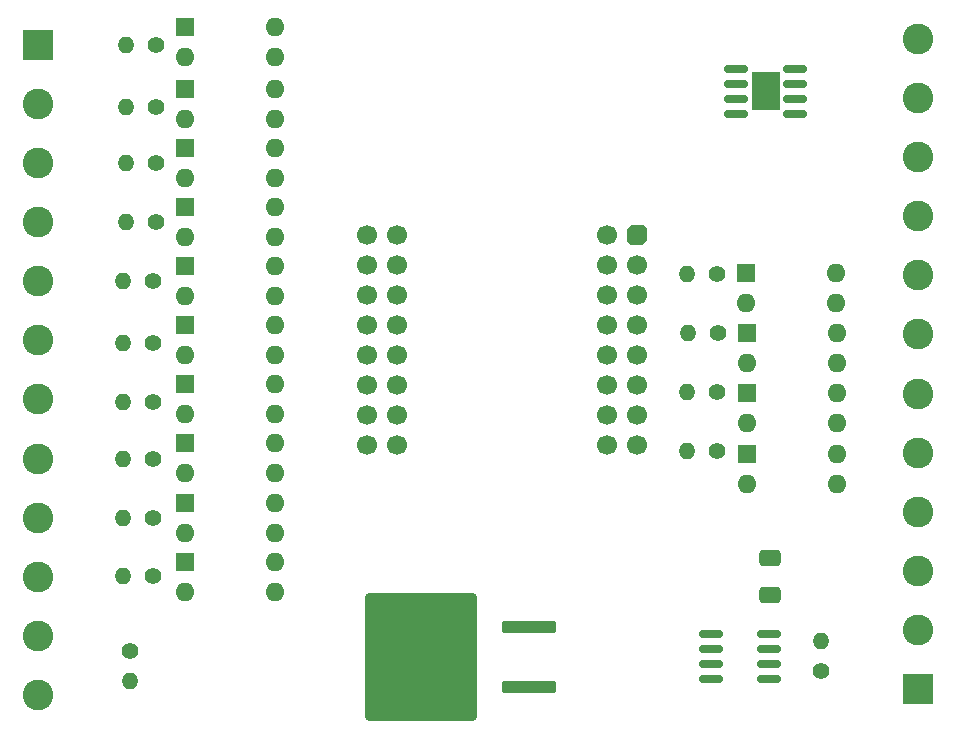
<source format=gbr>
%TF.GenerationSoftware,KiCad,Pcbnew,7.0.5*%
%TF.CreationDate,2023-06-27T21:04:27+02:00*%
%TF.ProjectId,ESP32RIO,45535033-3252-4494-9f2e-6b696361645f,rev?*%
%TF.SameCoordinates,Original*%
%TF.FileFunction,Soldermask,Top*%
%TF.FilePolarity,Negative*%
%FSLAX46Y46*%
G04 Gerber Fmt 4.6, Leading zero omitted, Abs format (unit mm)*
G04 Created by KiCad (PCBNEW 7.0.5) date 2023-06-27 21:04:27*
%MOMM*%
%LPD*%
G01*
G04 APERTURE LIST*
G04 Aperture macros list*
%AMRoundRect*
0 Rectangle with rounded corners*
0 $1 Rounding radius*
0 $2 $3 $4 $5 $6 $7 $8 $9 X,Y pos of 4 corners*
0 Add a 4 corners polygon primitive as box body*
4,1,4,$2,$3,$4,$5,$6,$7,$8,$9,$2,$3,0*
0 Add four circle primitives for the rounded corners*
1,1,$1+$1,$2,$3*
1,1,$1+$1,$4,$5*
1,1,$1+$1,$6,$7*
1,1,$1+$1,$8,$9*
0 Add four rect primitives between the rounded corners*
20,1,$1+$1,$2,$3,$4,$5,0*
20,1,$1+$1,$4,$5,$6,$7,0*
20,1,$1+$1,$6,$7,$8,$9,0*
20,1,$1+$1,$8,$9,$2,$3,0*%
%AMFreePoly0*
4,1,19,-0.850000,0.255000,-0.829726,0.408997,-0.770285,0.552500,-0.675729,0.675729,-0.552500,0.770285,-0.408997,0.829726,-0.255000,0.850000,0.510000,0.850000,0.850000,0.510000,0.850000,-0.255000,0.829726,-0.408997,0.770285,-0.552500,0.675729,-0.675729,0.552500,-0.770285,0.408997,-0.829726,0.255000,-0.850000,-0.510000,-0.850000,-0.850000,-0.510000,-0.850000,0.255000,-0.850000,0.255000,
$1*%
G04 Aperture macros list end*
%ADD10RoundRect,0.250000X0.650000X-0.412500X0.650000X0.412500X-0.650000X0.412500X-0.650000X-0.412500X0*%
%ADD11R,1.600000X1.600000*%
%ADD12O,1.600000X1.600000*%
%ADD13RoundRect,0.150000X-0.825000X-0.150000X0.825000X-0.150000X0.825000X0.150000X-0.825000X0.150000X0*%
%ADD14R,2.410000X3.300000*%
%ADD15C,1.400000*%
%ADD16O,1.400000X1.400000*%
%ADD17RoundRect,0.250000X2.050000X0.300000X-2.050000X0.300000X-2.050000X-0.300000X2.050000X-0.300000X0*%
%ADD18RoundRect,0.250002X4.449998X5.149998X-4.449998X5.149998X-4.449998X-5.149998X4.449998X-5.149998X0*%
%ADD19R,2.600000X2.600000*%
%ADD20C,2.600000*%
%ADD21FreePoly0,180.000000*%
%ADD22C,1.700000*%
G04 APERTURE END LIST*
D10*
%TO.C,C1*%
X171500000Y-104312500D03*
X171500000Y-101187500D03*
%TD*%
D11*
%TO.C,U8*%
X121950000Y-91475000D03*
D12*
X121950000Y-94015000D03*
X129570000Y-94015000D03*
X129570000Y-91475000D03*
%TD*%
D13*
%TO.C,U21*%
X168625000Y-59770000D03*
X168625000Y-61040000D03*
X168625000Y-62310000D03*
X168625000Y-63580000D03*
X173575000Y-63580000D03*
X173575000Y-62310000D03*
X173575000Y-61040000D03*
X173575000Y-59770000D03*
D14*
X171100000Y-61675000D03*
%TD*%
D11*
%TO.C,U4*%
X121950000Y-71475000D03*
D12*
X121950000Y-74015000D03*
X129570000Y-74015000D03*
X129570000Y-71475000D03*
%TD*%
D15*
%TO.C,R7*%
X119220000Y-88000000D03*
D16*
X116680000Y-88000000D03*
%TD*%
D17*
%TO.C,U15*%
X151075000Y-112065000D03*
D18*
X141925000Y-109525000D03*
D17*
X151075000Y-106985000D03*
%TD*%
D15*
%TO.C,R3*%
X119470000Y-67750000D03*
D16*
X116930000Y-67750000D03*
%TD*%
D11*
%TO.C,U1*%
X121950000Y-56225000D03*
D12*
X121950000Y-58765000D03*
X129570000Y-58765000D03*
X129570000Y-56225000D03*
%TD*%
D15*
%TO.C,R11*%
X167002032Y-77102460D03*
D16*
X164462032Y-77102460D03*
%TD*%
D11*
%TO.C,U10*%
X121950000Y-101475000D03*
D12*
X121950000Y-104015000D03*
X129570000Y-104015000D03*
X129570000Y-101475000D03*
%TD*%
D11*
%TO.C,U14*%
X169482032Y-87234126D03*
D12*
X169482032Y-89774126D03*
X177102032Y-89774126D03*
X177102032Y-87234126D03*
%TD*%
D11*
%TO.C,U16*%
X169482032Y-92327459D03*
D12*
X169482032Y-94867459D03*
X177102032Y-94867459D03*
X177102032Y-92327459D03*
%TD*%
D15*
%TO.C,R13*%
X167002032Y-87102460D03*
D16*
X164462032Y-87102460D03*
%TD*%
D15*
%TO.C,R15*%
X175750000Y-110720000D03*
D16*
X175750000Y-108180000D03*
%TD*%
D15*
%TO.C,R6*%
X119220000Y-83000000D03*
D16*
X116680000Y-83000000D03*
%TD*%
D11*
%TO.C,U9*%
X121950000Y-96475000D03*
D12*
X121950000Y-99015000D03*
X129570000Y-99015000D03*
X129570000Y-96475000D03*
%TD*%
D15*
%TO.C,R4*%
X119470000Y-72750000D03*
D16*
X116930000Y-72750000D03*
%TD*%
D15*
%TO.C,R12*%
X167032032Y-82102460D03*
D16*
X164492032Y-82102460D03*
%TD*%
D15*
%TO.C,R9*%
X119220000Y-97750000D03*
D16*
X116680000Y-97750000D03*
%TD*%
D15*
%TO.C,R1*%
X119470000Y-57750000D03*
D16*
X116930000Y-57750000D03*
%TD*%
D15*
%TO.C,R10*%
X119220000Y-102669888D03*
D16*
X116680000Y-102669888D03*
%TD*%
D15*
%TO.C,R8*%
X119220000Y-92750000D03*
D16*
X116680000Y-92750000D03*
%TD*%
D11*
%TO.C,U12*%
X169462032Y-77047460D03*
D12*
X169462032Y-79587460D03*
X177082032Y-79587460D03*
X177082032Y-77047460D03*
%TD*%
D19*
%TO.C,J1*%
X184000000Y-112250000D03*
D20*
X184000000Y-107250000D03*
X184000000Y-102250000D03*
X184000000Y-97250000D03*
X184000000Y-92250000D03*
X184000000Y-87250000D03*
X184000000Y-82250000D03*
X184000000Y-77250000D03*
X184000000Y-72250000D03*
X184000000Y-67250000D03*
X184000000Y-62250000D03*
X184000000Y-57250000D03*
%TD*%
D15*
%TO.C,R2*%
X119470000Y-63000000D03*
D16*
X116930000Y-63000000D03*
%TD*%
D15*
%TO.C,R16*%
X117250000Y-109030000D03*
D16*
X117250000Y-111570000D03*
%TD*%
D11*
%TO.C,U3*%
X121950000Y-66475000D03*
D12*
X121950000Y-69015000D03*
X129570000Y-69015000D03*
X129570000Y-66475000D03*
%TD*%
D11*
%TO.C,U13*%
X169482032Y-82140793D03*
D12*
X169482032Y-84680793D03*
X177102032Y-84680793D03*
X177102032Y-82140793D03*
%TD*%
D11*
%TO.C,U7*%
X121950000Y-86475000D03*
D12*
X121950000Y-89015000D03*
X129570000Y-89015000D03*
X129570000Y-86475000D03*
%TD*%
D15*
%TO.C,R5*%
X119220000Y-77750000D03*
D16*
X116680000Y-77750000D03*
%TD*%
D11*
%TO.C,U5*%
X121950000Y-76475000D03*
D12*
X121950000Y-79015000D03*
X129570000Y-79015000D03*
X129570000Y-76475000D03*
%TD*%
D13*
%TO.C,U22*%
X166455000Y-107595000D03*
X166455000Y-108865000D03*
X166455000Y-110135000D03*
X166455000Y-111405000D03*
X171405000Y-111405000D03*
X171405000Y-110135000D03*
X171405000Y-108865000D03*
X171405000Y-107595000D03*
%TD*%
D11*
%TO.C,U6*%
X121950000Y-81475000D03*
D12*
X121950000Y-84015000D03*
X129570000Y-84015000D03*
X129570000Y-81475000D03*
%TD*%
D15*
%TO.C,R14*%
X167002032Y-92102460D03*
D16*
X164462032Y-92102460D03*
%TD*%
D11*
%TO.C,U2*%
X121950000Y-61475000D03*
D12*
X121950000Y-64015000D03*
X129570000Y-64015000D03*
X129570000Y-61475000D03*
%TD*%
D19*
%TO.C,J2*%
X109500000Y-57750000D03*
D20*
X109500000Y-62750000D03*
X109500000Y-67750000D03*
X109500000Y-72750000D03*
X109500000Y-77750000D03*
X109500000Y-82750000D03*
X109500000Y-87750000D03*
X109500000Y-92750000D03*
X109500000Y-97750000D03*
X109500000Y-102750000D03*
X109500000Y-107750000D03*
X109500000Y-112750000D03*
%TD*%
D21*
%TO.C,U11*%
X160162500Y-73805000D03*
D22*
X160162500Y-76345000D03*
X160162500Y-78885000D03*
X160162500Y-81425000D03*
X160162500Y-83965000D03*
X160162500Y-86505000D03*
X160162500Y-89045000D03*
X160162500Y-91585000D03*
X137302500Y-91585000D03*
X137302500Y-89045000D03*
X137302500Y-86505000D03*
X137302500Y-83965000D03*
X137302500Y-81425000D03*
X137302500Y-78885000D03*
X137302500Y-76345000D03*
X137302500Y-73805000D03*
X157622500Y-73805000D03*
X157622500Y-76345000D03*
X157622500Y-78885000D03*
X157622500Y-81425000D03*
X157622500Y-83965000D03*
X157622500Y-86505000D03*
X157622500Y-89045000D03*
X157622500Y-91585000D03*
X139842500Y-91585000D03*
X139842500Y-89045000D03*
X139842500Y-86505000D03*
X139842500Y-83965000D03*
X139842500Y-81425000D03*
X139842500Y-78885000D03*
X139842500Y-76345000D03*
X139842500Y-73805000D03*
%TD*%
M02*

</source>
